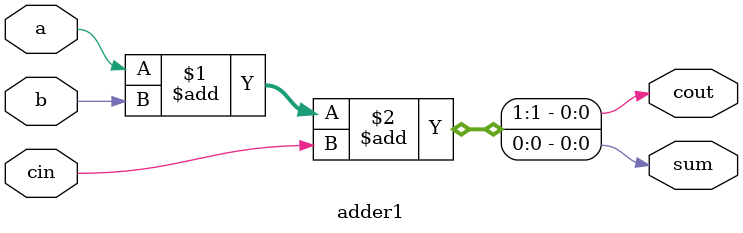
<source format=v>
module top_module( 
    input [2:0] a, b,
    input cin,
    output [2:0] cout,
    output [2:0] sum );

genvar i;

generate
begin
    for(i = 0; i<=2; i = i+1)
    begin: adder_loop
        if(i==0)
            adder1 u_adder1(
                .a(a[0]),
                .b(b[0]),
                .cin(cin),
                .sum(sum[0]),
                .cout(cout[0])
            );
        else
            adder1 u_adder1(
                .a(a[i]),
                .b(b[i]),
                .cin(cout[i-1]),
                .sum(sum[i]),
                .cout(cout[i])
            );
    end
end
endgenerate

endmodule

// 1-bit full adder
module adder1(
    input a,
    input b,
    input cin,
    output cout,
    output sum
);

assign {cout, sum} = a + b + cin;

endmodule
</source>
